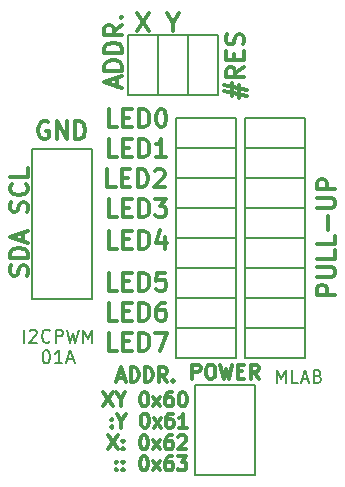
<source format=gbr>
G04 This is an RS-274x file exported by *
G04 gerbv version 2.6.1 *
G04 More information is available about gerbv at *
G04 http://gerbv.geda-project.org/ *
G04 --End of header info--*
%MOIN*%
%FSLAX34Y34*%
%IPPOS*%
G04 --Define apertures--*
%ADD10C,0.0118*%
%ADD11C,0.0079*%
%ADD12C,0.0059*%
G04 --Start main section--*
G54D11*
G01X0009178Y0003404D02*
G01X0009178Y0003837D01*
G01X0009178Y0003837D02*
G01X0009323Y0003528D01*
G01X0009323Y0003528D02*
G01X0009467Y0003837D01*
G01X0009467Y0003837D02*
G01X0009467Y0003404D01*
G01X0009879Y0003404D02*
G01X0009673Y0003404D01*
G01X0009673Y0003404D02*
G01X0009673Y0003837D01*
G01X0010003Y0003528D02*
G01X0010209Y0003528D01*
G01X0009962Y0003404D02*
G01X0010106Y0003837D01*
G01X0010106Y0003837D02*
G01X0010251Y0003404D01*
G01X0010539Y0003631D02*
G01X0010601Y0003610D01*
G01X0010601Y0003610D02*
G01X0010622Y0003590D01*
G01X0010622Y0003590D02*
G01X0010642Y0003548D01*
G01X0010642Y0003548D02*
G01X0010642Y0003487D01*
G01X0010642Y0003487D02*
G01X0010622Y0003445D01*
G01X0010622Y0003445D02*
G01X0010601Y0003425D01*
G01X0010601Y0003425D02*
G01X0010560Y0003404D01*
G01X0010560Y0003404D02*
G01X0010395Y0003404D01*
G01X0010395Y0003404D02*
G01X0010395Y0003837D01*
G01X0010395Y0003837D02*
G01X0010539Y0003837D01*
G01X0010539Y0003837D02*
G01X0010581Y0003817D01*
G01X0010581Y0003817D02*
G01X0010601Y0003796D01*
G01X0010601Y0003796D02*
G01X0010622Y0003755D01*
G01X0010622Y0003755D02*
G01X0010622Y0003713D01*
G01X0010622Y0003713D02*
G01X0010601Y0003672D01*
G01X0010601Y0003672D02*
G01X0010581Y0003652D01*
G01X0010581Y0003652D02*
G01X0010539Y0003631D01*
G01X0010539Y0003631D02*
G01X0010395Y0003631D01*
G54D10*
G01X0003856Y0006483D02*
G01X0003575Y0006483D01*
G01X0003575Y0006483D02*
G01X0003575Y0007073D01*
G01X0004053Y0006792D02*
G01X0004250Y0006792D01*
G01X0004335Y0006483D02*
G01X0004053Y0006483D01*
G01X0004053Y0006483D02*
G01X0004053Y0007073D01*
G01X0004053Y0007073D02*
G01X0004335Y0007073D01*
G01X0004588Y0006483D02*
G01X0004588Y0007073D01*
G01X0004588Y0007073D02*
G01X0004728Y0007073D01*
G01X0004728Y0007073D02*
G01X0004813Y0007045D01*
G01X0004813Y0007045D02*
G01X0004869Y0006989D01*
G01X0004869Y0006989D02*
G01X0004897Y0006933D01*
G01X0004897Y0006933D02*
G01X0004925Y0006820D01*
G01X0004925Y0006820D02*
G01X0004925Y0006736D01*
G01X0004925Y0006736D02*
G01X0004897Y0006623D01*
G01X0004897Y0006623D02*
G01X0004869Y0006567D01*
G01X0004869Y0006567D02*
G01X0004813Y0006511D01*
G01X0004813Y0006511D02*
G01X0004728Y0006483D01*
G01X0004728Y0006483D02*
G01X0004588Y0006483D01*
G01X0005459Y0007073D02*
G01X0005178Y0007073D01*
G01X0005178Y0007073D02*
G01X0005150Y0006792D01*
G01X0005150Y0006792D02*
G01X0005178Y0006820D01*
G01X0005178Y0006820D02*
G01X0005234Y0006848D01*
G01X0005234Y0006848D02*
G01X0005375Y0006848D01*
G01X0005375Y0006848D02*
G01X0005431Y0006820D01*
G01X0005431Y0006820D02*
G01X0005459Y0006792D01*
G01X0005459Y0006792D02*
G01X0005488Y0006736D01*
G01X0005488Y0006736D02*
G01X0005488Y0006595D01*
G01X0005488Y0006595D02*
G01X0005459Y0006539D01*
G01X0005459Y0006539D02*
G01X0005431Y0006511D01*
G01X0005431Y0006511D02*
G01X0005375Y0006483D01*
G01X0005375Y0006483D02*
G01X0005234Y0006483D01*
G01X0005234Y0006483D02*
G01X0005178Y0006511D01*
G01X0005178Y0006511D02*
G01X0005150Y0006539D01*
G54D11*
G01X0000746Y0004747D02*
G01X0000746Y0005180D01*
G01X0000931Y0005138D02*
G01X0000952Y0005159D01*
G01X0000952Y0005159D02*
G01X0000993Y0005180D01*
G01X0000993Y0005180D02*
G01X0001096Y0005180D01*
G01X0001096Y0005180D02*
G01X0001138Y0005159D01*
G01X0001138Y0005159D02*
G01X0001158Y0005138D01*
G01X0001158Y0005138D02*
G01X0001179Y0005097D01*
G01X0001179Y0005097D02*
G01X0001179Y0005056D01*
G01X0001179Y0005056D02*
G01X0001158Y0004994D01*
G01X0001158Y0004994D02*
G01X0000911Y0004747D01*
G01X0000911Y0004747D02*
G01X0001179Y0004747D01*
G01X0001612Y0004788D02*
G01X0001591Y0004767D01*
G01X0001591Y0004767D02*
G01X0001529Y0004747D01*
G01X0001529Y0004747D02*
G01X0001488Y0004747D01*
G01X0001488Y0004747D02*
G01X0001426Y0004767D01*
G01X0001426Y0004767D02*
G01X0001385Y0004808D01*
G01X0001385Y0004808D02*
G01X0001364Y0004850D01*
G01X0001364Y0004850D02*
G01X0001344Y0004932D01*
G01X0001344Y0004932D02*
G01X0001344Y0004994D01*
G01X0001344Y0004994D02*
G01X0001364Y0005077D01*
G01X0001364Y0005077D02*
G01X0001385Y0005118D01*
G01X0001385Y0005118D02*
G01X0001426Y0005159D01*
G01X0001426Y0005159D02*
G01X0001488Y0005180D01*
G01X0001488Y0005180D02*
G01X0001529Y0005180D01*
G01X0001529Y0005180D02*
G01X0001591Y0005159D01*
G01X0001591Y0005159D02*
G01X0001612Y0005138D01*
G01X0001798Y0004747D02*
G01X0001798Y0005180D01*
G01X0001798Y0005180D02*
G01X0001962Y0005180D01*
G01X0001962Y0005180D02*
G01X0002004Y0005159D01*
G01X0002004Y0005159D02*
G01X0002024Y0005138D01*
G01X0002024Y0005138D02*
G01X0002045Y0005097D01*
G01X0002045Y0005097D02*
G01X0002045Y0005035D01*
G01X0002045Y0005035D02*
G01X0002024Y0004994D01*
G01X0002024Y0004994D02*
G01X0002004Y0004973D01*
G01X0002004Y0004973D02*
G01X0001962Y0004953D01*
G01X0001962Y0004953D02*
G01X0001798Y0004953D01*
G01X0002189Y0005180D02*
G01X0002292Y0004747D01*
G01X0002292Y0004747D02*
G01X0002375Y0005056D01*
G01X0002375Y0005056D02*
G01X0002457Y0004747D01*
G01X0002457Y0004747D02*
G01X0002561Y0005180D01*
G01X0002726Y0004747D02*
G01X0002726Y0005180D01*
G01X0002726Y0005180D02*
G01X0002870Y0004870D01*
G01X0002870Y0004870D02*
G01X0003014Y0005180D01*
G01X0003014Y0005180D02*
G01X0003014Y0004747D01*
G01X0001468Y0004495D02*
G01X0001509Y0004495D01*
G01X0001509Y0004495D02*
G01X0001550Y0004474D01*
G01X0001550Y0004474D02*
G01X0001571Y0004453D01*
G01X0001571Y0004453D02*
G01X0001591Y0004412D01*
G01X0001591Y0004412D02*
G01X0001612Y0004330D01*
G01X0001612Y0004330D02*
G01X0001612Y0004227D01*
G01X0001612Y0004227D02*
G01X0001591Y0004144D01*
G01X0001591Y0004144D02*
G01X0001571Y0004103D01*
G01X0001571Y0004103D02*
G01X0001550Y0004082D01*
G01X0001550Y0004082D02*
G01X0001509Y0004062D01*
G01X0001509Y0004062D02*
G01X0001468Y0004062D01*
G01X0001468Y0004062D02*
G01X0001426Y0004082D01*
G01X0001426Y0004082D02*
G01X0001406Y0004103D01*
G01X0001406Y0004103D02*
G01X0001385Y0004144D01*
G01X0001385Y0004144D02*
G01X0001364Y0004227D01*
G01X0001364Y0004227D02*
G01X0001364Y0004330D01*
G01X0001364Y0004330D02*
G01X0001385Y0004412D01*
G01X0001385Y0004412D02*
G01X0001406Y0004453D01*
G01X0001406Y0004453D02*
G01X0001426Y0004474D01*
G01X0001426Y0004474D02*
G01X0001468Y0004495D01*
G01X0002024Y0004062D02*
G01X0001777Y0004062D01*
G01X0001901Y0004062D02*
G01X0001901Y0004495D01*
G01X0001901Y0004495D02*
G01X0001859Y0004433D01*
G01X0001859Y0004433D02*
G01X0001818Y0004392D01*
G01X0001818Y0004392D02*
G01X0001777Y0004371D01*
G01X0002189Y0004185D02*
G01X0002396Y0004185D01*
G01X0002148Y0004062D02*
G01X0002292Y0004495D01*
G01X0002292Y0004495D02*
G01X0002437Y0004062D01*
G54D10*
G01X0003820Y0000531D02*
G01X0003843Y0000509D01*
G01X0003843Y0000509D02*
G01X0003820Y0000486D01*
G01X0003820Y0000486D02*
G01X0003798Y0000509D01*
G01X0003798Y0000509D02*
G01X0003820Y0000531D01*
G01X0003820Y0000531D02*
G01X0003820Y0000486D01*
G01X0003820Y0000779D02*
G01X0003843Y0000756D01*
G01X0003843Y0000756D02*
G01X0003820Y0000734D01*
G01X0003820Y0000734D02*
G01X0003798Y0000756D01*
G01X0003798Y0000756D02*
G01X0003820Y0000779D01*
G01X0003820Y0000779D02*
G01X0003820Y0000734D01*
G01X0004045Y0000531D02*
G01X0004068Y0000509D01*
G01X0004068Y0000509D02*
G01X0004045Y0000486D01*
G01X0004045Y0000486D02*
G01X0004023Y0000509D01*
G01X0004023Y0000509D02*
G01X0004045Y0000531D01*
G01X0004045Y0000531D02*
G01X0004045Y0000486D01*
G01X0004045Y0000779D02*
G01X0004068Y0000756D01*
G01X0004068Y0000756D02*
G01X0004045Y0000734D01*
G01X0004045Y0000734D02*
G01X0004023Y0000756D01*
G01X0004023Y0000756D02*
G01X0004045Y0000779D01*
G01X0004045Y0000779D02*
G01X0004045Y0000734D01*
G01X0004720Y0000959D02*
G01X0004765Y0000959D01*
G01X0004765Y0000959D02*
G01X0004810Y0000936D01*
G01X0004810Y0000936D02*
G01X0004833Y0000914D01*
G01X0004833Y0000914D02*
G01X0004855Y0000869D01*
G01X0004855Y0000869D02*
G01X0004878Y0000779D01*
G01X0004878Y0000779D02*
G01X0004878Y0000666D01*
G01X0004878Y0000666D02*
G01X0004855Y0000576D01*
G01X0004855Y0000576D02*
G01X0004833Y0000531D01*
G01X0004833Y0000531D02*
G01X0004810Y0000509D01*
G01X0004810Y0000509D02*
G01X0004765Y0000486D01*
G01X0004765Y0000486D02*
G01X0004720Y0000486D01*
G01X0004720Y0000486D02*
G01X0004675Y0000509D01*
G01X0004675Y0000509D02*
G01X0004653Y0000531D01*
G01X0004653Y0000531D02*
G01X0004630Y0000576D01*
G01X0004630Y0000576D02*
G01X0004608Y0000666D01*
G01X0004608Y0000666D02*
G01X0004608Y0000779D01*
G01X0004608Y0000779D02*
G01X0004630Y0000869D01*
G01X0004630Y0000869D02*
G01X0004653Y0000914D01*
G01X0004653Y0000914D02*
G01X0004675Y0000936D01*
G01X0004675Y0000936D02*
G01X0004720Y0000959D01*
G01X0005035Y0000486D02*
G01X0005283Y0000801D01*
G01X0005035Y0000801D02*
G01X0005283Y0000486D01*
G01X0005665Y0000959D02*
G01X0005575Y0000959D01*
G01X0005575Y0000959D02*
G01X0005530Y0000936D01*
G01X0005530Y0000936D02*
G01X0005508Y0000914D01*
G01X0005508Y0000914D02*
G01X0005463Y0000846D01*
G01X0005463Y0000846D02*
G01X0005440Y0000756D01*
G01X0005440Y0000756D02*
G01X0005440Y0000576D01*
G01X0005440Y0000576D02*
G01X0005463Y0000531D01*
G01X0005463Y0000531D02*
G01X0005485Y0000509D01*
G01X0005485Y0000509D02*
G01X0005530Y0000486D01*
G01X0005530Y0000486D02*
G01X0005620Y0000486D01*
G01X0005620Y0000486D02*
G01X0005665Y0000509D01*
G01X0005665Y0000509D02*
G01X0005688Y0000531D01*
G01X0005688Y0000531D02*
G01X0005710Y0000576D01*
G01X0005710Y0000576D02*
G01X0005710Y0000689D01*
G01X0005710Y0000689D02*
G01X0005688Y0000734D01*
G01X0005688Y0000734D02*
G01X0005665Y0000756D01*
G01X0005665Y0000756D02*
G01X0005620Y0000779D01*
G01X0005620Y0000779D02*
G01X0005530Y0000779D01*
G01X0005530Y0000779D02*
G01X0005485Y0000756D01*
G01X0005485Y0000756D02*
G01X0005463Y0000734D01*
G01X0005463Y0000734D02*
G01X0005440Y0000689D01*
G01X0005868Y0000959D02*
G01X0006160Y0000959D01*
G01X0006160Y0000959D02*
G01X0006003Y0000779D01*
G01X0006003Y0000779D02*
G01X0006070Y0000779D01*
G01X0006070Y0000779D02*
G01X0006115Y0000756D01*
G01X0006115Y0000756D02*
G01X0006138Y0000734D01*
G01X0006138Y0000734D02*
G01X0006160Y0000689D01*
G01X0006160Y0000689D02*
G01X0006160Y0000576D01*
G01X0006160Y0000576D02*
G01X0006138Y0000531D01*
G01X0006138Y0000531D02*
G01X0006115Y0000509D01*
G01X0006115Y0000509D02*
G01X0006070Y0000486D01*
G01X0006070Y0000486D02*
G01X0005935Y0000486D01*
G01X0005935Y0000486D02*
G01X0005890Y0000509D01*
G01X0005890Y0000509D02*
G01X0005868Y0000531D01*
G01X0003550Y0001659D02*
G01X0003865Y0001186D01*
G01X0003865Y0001659D02*
G01X0003550Y0001186D01*
G01X0004045Y0001231D02*
G01X0004068Y0001209D01*
G01X0004068Y0001209D02*
G01X0004045Y0001186D01*
G01X0004045Y0001186D02*
G01X0004023Y0001209D01*
G01X0004023Y0001209D02*
G01X0004045Y0001231D01*
G01X0004045Y0001231D02*
G01X0004045Y0001186D01*
G01X0004045Y0001479D02*
G01X0004068Y0001456D01*
G01X0004068Y0001456D02*
G01X0004045Y0001434D01*
G01X0004045Y0001434D02*
G01X0004023Y0001456D01*
G01X0004023Y0001456D02*
G01X0004045Y0001479D01*
G01X0004045Y0001479D02*
G01X0004045Y0001434D01*
G01X0004720Y0001659D02*
G01X0004765Y0001659D01*
G01X0004765Y0001659D02*
G01X0004810Y0001636D01*
G01X0004810Y0001636D02*
G01X0004833Y0001614D01*
G01X0004833Y0001614D02*
G01X0004855Y0001569D01*
G01X0004855Y0001569D02*
G01X0004878Y0001479D01*
G01X0004878Y0001479D02*
G01X0004878Y0001366D01*
G01X0004878Y0001366D02*
G01X0004855Y0001276D01*
G01X0004855Y0001276D02*
G01X0004833Y0001231D01*
G01X0004833Y0001231D02*
G01X0004810Y0001209D01*
G01X0004810Y0001209D02*
G01X0004765Y0001186D01*
G01X0004765Y0001186D02*
G01X0004720Y0001186D01*
G01X0004720Y0001186D02*
G01X0004675Y0001209D01*
G01X0004675Y0001209D02*
G01X0004653Y0001231D01*
G01X0004653Y0001231D02*
G01X0004630Y0001276D01*
G01X0004630Y0001276D02*
G01X0004608Y0001366D01*
G01X0004608Y0001366D02*
G01X0004608Y0001479D01*
G01X0004608Y0001479D02*
G01X0004630Y0001569D01*
G01X0004630Y0001569D02*
G01X0004653Y0001614D01*
G01X0004653Y0001614D02*
G01X0004675Y0001636D01*
G01X0004675Y0001636D02*
G01X0004720Y0001659D01*
G01X0005035Y0001186D02*
G01X0005283Y0001501D01*
G01X0005035Y0001501D02*
G01X0005283Y0001186D01*
G01X0005665Y0001659D02*
G01X0005575Y0001659D01*
G01X0005575Y0001659D02*
G01X0005530Y0001636D01*
G01X0005530Y0001636D02*
G01X0005508Y0001614D01*
G01X0005508Y0001614D02*
G01X0005463Y0001546D01*
G01X0005463Y0001546D02*
G01X0005440Y0001456D01*
G01X0005440Y0001456D02*
G01X0005440Y0001276D01*
G01X0005440Y0001276D02*
G01X0005463Y0001231D01*
G01X0005463Y0001231D02*
G01X0005485Y0001209D01*
G01X0005485Y0001209D02*
G01X0005530Y0001186D01*
G01X0005530Y0001186D02*
G01X0005620Y0001186D01*
G01X0005620Y0001186D02*
G01X0005665Y0001209D01*
G01X0005665Y0001209D02*
G01X0005688Y0001231D01*
G01X0005688Y0001231D02*
G01X0005710Y0001276D01*
G01X0005710Y0001276D02*
G01X0005710Y0001389D01*
G01X0005710Y0001389D02*
G01X0005688Y0001434D01*
G01X0005688Y0001434D02*
G01X0005665Y0001456D01*
G01X0005665Y0001456D02*
G01X0005620Y0001479D01*
G01X0005620Y0001479D02*
G01X0005530Y0001479D01*
G01X0005530Y0001479D02*
G01X0005485Y0001456D01*
G01X0005485Y0001456D02*
G01X0005463Y0001434D01*
G01X0005463Y0001434D02*
G01X0005440Y0001389D01*
G01X0005890Y0001614D02*
G01X0005913Y0001636D01*
G01X0005913Y0001636D02*
G01X0005958Y0001659D01*
G01X0005958Y0001659D02*
G01X0006070Y0001659D01*
G01X0006070Y0001659D02*
G01X0006115Y0001636D01*
G01X0006115Y0001636D02*
G01X0006138Y0001614D01*
G01X0006138Y0001614D02*
G01X0006160Y0001569D01*
G01X0006160Y0001569D02*
G01X0006160Y0001524D01*
G01X0006160Y0001524D02*
G01X0006138Y0001456D01*
G01X0006138Y0001456D02*
G01X0005868Y0001186D01*
G01X0005868Y0001186D02*
G01X0006160Y0001186D01*
G01X0003670Y0001951D02*
G01X0003693Y0001929D01*
G01X0003693Y0001929D02*
G01X0003670Y0001906D01*
G01X0003670Y0001906D02*
G01X0003648Y0001929D01*
G01X0003648Y0001929D02*
G01X0003670Y0001951D01*
G01X0003670Y0001951D02*
G01X0003670Y0001906D01*
G01X0003670Y0002199D02*
G01X0003693Y0002176D01*
G01X0003693Y0002176D02*
G01X0003670Y0002154D01*
G01X0003670Y0002154D02*
G01X0003648Y0002176D01*
G01X0003648Y0002176D02*
G01X0003670Y0002199D01*
G01X0003670Y0002199D02*
G01X0003670Y0002154D01*
G01X0003985Y0002131D02*
G01X0003985Y0001906D01*
G01X0003828Y0002379D02*
G01X0003985Y0002131D01*
G01X0003985Y0002131D02*
G01X0004143Y0002379D01*
G01X0004750Y0002379D02*
G01X0004795Y0002379D01*
G01X0004795Y0002379D02*
G01X0004840Y0002356D01*
G01X0004840Y0002356D02*
G01X0004863Y0002334D01*
G01X0004863Y0002334D02*
G01X0004885Y0002289D01*
G01X0004885Y0002289D02*
G01X0004908Y0002199D01*
G01X0004908Y0002199D02*
G01X0004908Y0002086D01*
G01X0004908Y0002086D02*
G01X0004885Y0001996D01*
G01X0004885Y0001996D02*
G01X0004863Y0001951D01*
G01X0004863Y0001951D02*
G01X0004840Y0001929D01*
G01X0004840Y0001929D02*
G01X0004795Y0001906D01*
G01X0004795Y0001906D02*
G01X0004750Y0001906D01*
G01X0004750Y0001906D02*
G01X0004705Y0001929D01*
G01X0004705Y0001929D02*
G01X0004683Y0001951D01*
G01X0004683Y0001951D02*
G01X0004660Y0001996D01*
G01X0004660Y0001996D02*
G01X0004638Y0002086D01*
G01X0004638Y0002086D02*
G01X0004638Y0002199D01*
G01X0004638Y0002199D02*
G01X0004660Y0002289D01*
G01X0004660Y0002289D02*
G01X0004683Y0002334D01*
G01X0004683Y0002334D02*
G01X0004705Y0002356D01*
G01X0004705Y0002356D02*
G01X0004750Y0002379D01*
G01X0005065Y0001906D02*
G01X0005313Y0002221D01*
G01X0005065Y0002221D02*
G01X0005313Y0001906D01*
G01X0005695Y0002379D02*
G01X0005605Y0002379D01*
G01X0005605Y0002379D02*
G01X0005560Y0002356D01*
G01X0005560Y0002356D02*
G01X0005538Y0002334D01*
G01X0005538Y0002334D02*
G01X0005493Y0002266D01*
G01X0005493Y0002266D02*
G01X0005470Y0002176D01*
G01X0005470Y0002176D02*
G01X0005470Y0001996D01*
G01X0005470Y0001996D02*
G01X0005493Y0001951D01*
G01X0005493Y0001951D02*
G01X0005515Y0001929D01*
G01X0005515Y0001929D02*
G01X0005560Y0001906D01*
G01X0005560Y0001906D02*
G01X0005650Y0001906D01*
G01X0005650Y0001906D02*
G01X0005695Y0001929D01*
G01X0005695Y0001929D02*
G01X0005718Y0001951D01*
G01X0005718Y0001951D02*
G01X0005740Y0001996D01*
G01X0005740Y0001996D02*
G01X0005740Y0002109D01*
G01X0005740Y0002109D02*
G01X0005718Y0002154D01*
G01X0005718Y0002154D02*
G01X0005695Y0002176D01*
G01X0005695Y0002176D02*
G01X0005650Y0002199D01*
G01X0005650Y0002199D02*
G01X0005560Y0002199D01*
G01X0005560Y0002199D02*
G01X0005515Y0002176D01*
G01X0005515Y0002176D02*
G01X0005493Y0002154D01*
G01X0005493Y0002154D02*
G01X0005470Y0002109D01*
G01X0006190Y0001906D02*
G01X0005920Y0001906D01*
G01X0006055Y0001906D02*
G01X0006055Y0002379D01*
G01X0006055Y0002379D02*
G01X0006010Y0002311D01*
G01X0006010Y0002311D02*
G01X0005965Y0002266D01*
G01X0005965Y0002266D02*
G01X0005920Y0002244D01*
G01X0003380Y0003099D02*
G01X0003695Y0002626D01*
G01X0003695Y0003099D02*
G01X0003380Y0002626D01*
G01X0003965Y0002851D02*
G01X0003965Y0002626D01*
G01X0003808Y0003099D02*
G01X0003965Y0002851D01*
G01X0003965Y0002851D02*
G01X0004123Y0003099D01*
G01X0004730Y0003099D02*
G01X0004775Y0003099D01*
G01X0004775Y0003099D02*
G01X0004820Y0003076D01*
G01X0004820Y0003076D02*
G01X0004843Y0003054D01*
G01X0004843Y0003054D02*
G01X0004865Y0003009D01*
G01X0004865Y0003009D02*
G01X0004888Y0002919D01*
G01X0004888Y0002919D02*
G01X0004888Y0002806D01*
G01X0004888Y0002806D02*
G01X0004865Y0002716D01*
G01X0004865Y0002716D02*
G01X0004843Y0002671D01*
G01X0004843Y0002671D02*
G01X0004820Y0002649D01*
G01X0004820Y0002649D02*
G01X0004775Y0002626D01*
G01X0004775Y0002626D02*
G01X0004730Y0002626D01*
G01X0004730Y0002626D02*
G01X0004685Y0002649D01*
G01X0004685Y0002649D02*
G01X0004663Y0002671D01*
G01X0004663Y0002671D02*
G01X0004640Y0002716D01*
G01X0004640Y0002716D02*
G01X0004618Y0002806D01*
G01X0004618Y0002806D02*
G01X0004618Y0002919D01*
G01X0004618Y0002919D02*
G01X0004640Y0003009D01*
G01X0004640Y0003009D02*
G01X0004663Y0003054D01*
G01X0004663Y0003054D02*
G01X0004685Y0003076D01*
G01X0004685Y0003076D02*
G01X0004730Y0003099D01*
G01X0005045Y0002626D02*
G01X0005293Y0002941D01*
G01X0005045Y0002941D02*
G01X0005293Y0002626D01*
G01X0005675Y0003099D02*
G01X0005585Y0003099D01*
G01X0005585Y0003099D02*
G01X0005540Y0003076D01*
G01X0005540Y0003076D02*
G01X0005518Y0003054D01*
G01X0005518Y0003054D02*
G01X0005473Y0002986D01*
G01X0005473Y0002986D02*
G01X0005450Y0002896D01*
G01X0005450Y0002896D02*
G01X0005450Y0002716D01*
G01X0005450Y0002716D02*
G01X0005473Y0002671D01*
G01X0005473Y0002671D02*
G01X0005495Y0002649D01*
G01X0005495Y0002649D02*
G01X0005540Y0002626D01*
G01X0005540Y0002626D02*
G01X0005630Y0002626D01*
G01X0005630Y0002626D02*
G01X0005675Y0002649D01*
G01X0005675Y0002649D02*
G01X0005698Y0002671D01*
G01X0005698Y0002671D02*
G01X0005720Y0002716D01*
G01X0005720Y0002716D02*
G01X0005720Y0002829D01*
G01X0005720Y0002829D02*
G01X0005698Y0002874D01*
G01X0005698Y0002874D02*
G01X0005675Y0002896D01*
G01X0005675Y0002896D02*
G01X0005630Y0002919D01*
G01X0005630Y0002919D02*
G01X0005540Y0002919D01*
G01X0005540Y0002919D02*
G01X0005495Y0002896D01*
G01X0005495Y0002896D02*
G01X0005473Y0002874D01*
G01X0005473Y0002874D02*
G01X0005450Y0002829D01*
G01X0006013Y0003099D02*
G01X0006058Y0003099D01*
G01X0006058Y0003099D02*
G01X0006103Y0003076D01*
G01X0006103Y0003076D02*
G01X0006125Y0003054D01*
G01X0006125Y0003054D02*
G01X0006148Y0003009D01*
G01X0006148Y0003009D02*
G01X0006170Y0002919D01*
G01X0006170Y0002919D02*
G01X0006170Y0002806D01*
G01X0006170Y0002806D02*
G01X0006148Y0002716D01*
G01X0006148Y0002716D02*
G01X0006125Y0002671D01*
G01X0006125Y0002671D02*
G01X0006103Y0002649D01*
G01X0006103Y0002649D02*
G01X0006058Y0002626D01*
G01X0006058Y0002626D02*
G01X0006013Y0002626D01*
G01X0006013Y0002626D02*
G01X0005968Y0002649D01*
G01X0005968Y0002649D02*
G01X0005945Y0002671D01*
G01X0005945Y0002671D02*
G01X0005923Y0002716D01*
G01X0005923Y0002716D02*
G01X0005900Y0002806D01*
G01X0005900Y0002806D02*
G01X0005900Y0002919D01*
G01X0005900Y0002919D02*
G01X0005923Y0003009D01*
G01X0005923Y0003009D02*
G01X0005945Y0003054D01*
G01X0005945Y0003054D02*
G01X0005968Y0003076D01*
G01X0005968Y0003076D02*
G01X0006013Y0003099D01*
G01X0003866Y0003581D02*
G01X0004091Y0003581D01*
G01X0003821Y0003446D02*
G01X0003979Y0003919D01*
G01X0003979Y0003919D02*
G01X0004136Y0003446D01*
G01X0004294Y0003446D02*
G01X0004294Y0003919D01*
G01X0004294Y0003919D02*
G01X0004406Y0003919D01*
G01X0004406Y0003919D02*
G01X0004474Y0003896D01*
G01X0004474Y0003896D02*
G01X0004519Y0003851D01*
G01X0004519Y0003851D02*
G01X0004541Y0003806D01*
G01X0004541Y0003806D02*
G01X0004564Y0003716D01*
G01X0004564Y0003716D02*
G01X0004564Y0003649D01*
G01X0004564Y0003649D02*
G01X0004541Y0003559D01*
G01X0004541Y0003559D02*
G01X0004519Y0003514D01*
G01X0004519Y0003514D02*
G01X0004474Y0003469D01*
G01X0004474Y0003469D02*
G01X0004406Y0003446D01*
G01X0004406Y0003446D02*
G01X0004294Y0003446D01*
G01X0004766Y0003446D02*
G01X0004766Y0003919D01*
G01X0004766Y0003919D02*
G01X0004879Y0003919D01*
G01X0004879Y0003919D02*
G01X0004946Y0003896D01*
G01X0004946Y0003896D02*
G01X0004991Y0003851D01*
G01X0004991Y0003851D02*
G01X0005014Y0003806D01*
G01X0005014Y0003806D02*
G01X0005036Y0003716D01*
G01X0005036Y0003716D02*
G01X0005036Y0003649D01*
G01X0005036Y0003649D02*
G01X0005014Y0003559D01*
G01X0005014Y0003559D02*
G01X0004991Y0003514D01*
G01X0004991Y0003514D02*
G01X0004946Y0003469D01*
G01X0004946Y0003469D02*
G01X0004879Y0003446D01*
G01X0004879Y0003446D02*
G01X0004766Y0003446D01*
G01X0005509Y0003446D02*
G01X0005351Y0003671D01*
G01X0005239Y0003446D02*
G01X0005239Y0003919D01*
G01X0005239Y0003919D02*
G01X0005419Y0003919D01*
G01X0005419Y0003919D02*
G01X0005464Y0003896D01*
G01X0005464Y0003896D02*
G01X0005486Y0003874D01*
G01X0005486Y0003874D02*
G01X0005509Y0003829D01*
G01X0005509Y0003829D02*
G01X0005509Y0003761D01*
G01X0005509Y0003761D02*
G01X0005486Y0003716D01*
G01X0005486Y0003716D02*
G01X0005464Y0003694D01*
G01X0005464Y0003694D02*
G01X0005419Y0003671D01*
G01X0005419Y0003671D02*
G01X0005239Y0003671D01*
G01X0005711Y0003491D02*
G01X0005734Y0003469D01*
G01X0005734Y0003469D02*
G01X0005711Y0003446D01*
G01X0005711Y0003446D02*
G01X0005689Y0003469D01*
G01X0005689Y0003469D02*
G01X0005711Y0003491D01*
G01X0005711Y0003491D02*
G01X0005711Y0003446D01*
G01X0003848Y0013283D02*
G01X0003848Y0013564D01*
G01X0004017Y0013227D02*
G01X0003427Y0013424D01*
G01X0003427Y0013424D02*
G01X0004017Y0013620D01*
G01X0004017Y0013817D02*
G01X0003427Y0013817D01*
G01X0003427Y0013817D02*
G01X0003427Y0013958D01*
G01X0003427Y0013958D02*
G01X0003455Y0014042D01*
G01X0003455Y0014042D02*
G01X0003511Y0014098D01*
G01X0003511Y0014098D02*
G01X0003567Y0014127D01*
G01X0003567Y0014127D02*
G01X0003680Y0014155D01*
G01X0003680Y0014155D02*
G01X0003764Y0014155D01*
G01X0003764Y0014155D02*
G01X0003877Y0014127D01*
G01X0003877Y0014127D02*
G01X0003933Y0014098D01*
G01X0003933Y0014098D02*
G01X0003989Y0014042D01*
G01X0003989Y0014042D02*
G01X0004017Y0013958D01*
G01X0004017Y0013958D02*
G01X0004017Y0013817D01*
G01X0004017Y0014408D02*
G01X0003427Y0014408D01*
G01X0003427Y0014408D02*
G01X0003427Y0014548D01*
G01X0003427Y0014548D02*
G01X0003455Y0014633D01*
G01X0003455Y0014633D02*
G01X0003511Y0014689D01*
G01X0003511Y0014689D02*
G01X0003567Y0014717D01*
G01X0003567Y0014717D02*
G01X0003680Y0014745D01*
G01X0003680Y0014745D02*
G01X0003764Y0014745D01*
G01X0003764Y0014745D02*
G01X0003877Y0014717D01*
G01X0003877Y0014717D02*
G01X0003933Y0014689D01*
G01X0003933Y0014689D02*
G01X0003989Y0014633D01*
G01X0003989Y0014633D02*
G01X0004017Y0014548D01*
G01X0004017Y0014548D02*
G01X0004017Y0014408D01*
G01X0004017Y0015336D02*
G01X0003736Y0015139D01*
G01X0004017Y0014998D02*
G01X0003427Y0014998D01*
G01X0003427Y0014998D02*
G01X0003427Y0015223D01*
G01X0003427Y0015223D02*
G01X0003455Y0015280D01*
G01X0003455Y0015280D02*
G01X0003483Y0015308D01*
G01X0003483Y0015308D02*
G01X0003539Y0015336D01*
G01X0003539Y0015336D02*
G01X0003623Y0015336D01*
G01X0003623Y0015336D02*
G01X0003680Y0015308D01*
G01X0003680Y0015308D02*
G01X0003708Y0015280D01*
G01X0003708Y0015280D02*
G01X0003736Y0015223D01*
G01X0003736Y0015223D02*
G01X0003736Y0014998D01*
G01X0003961Y0015589D02*
G01X0003989Y0015617D01*
G01X0003989Y0015617D02*
G01X0004017Y0015589D01*
G01X0004017Y0015589D02*
G01X0003989Y0015561D01*
G01X0003989Y0015561D02*
G01X0003961Y0015589D01*
G01X0003961Y0015589D02*
G01X0004017Y0015589D01*
G01X0005700Y0015414D02*
G01X0005700Y0015133D01*
G01X0005503Y0015723D02*
G01X0005700Y0015414D01*
G01X0005700Y0015414D02*
G01X0005897Y0015723D01*
G01X0004503Y0015723D02*
G01X0004897Y0015133D01*
G01X0004897Y0015723D02*
G01X0004503Y0015133D01*
G01X0007673Y0012974D02*
G01X0007673Y0013395D01*
G01X0007420Y0013142D02*
G01X0008180Y0012974D01*
G01X0007927Y0013339D02*
G01X0007927Y0012917D01*
G01X0008180Y0013170D02*
G01X0007420Y0013339D01*
G01X0008067Y0013930D02*
G01X0007786Y0013733D01*
G01X0008067Y0013592D02*
G01X0007477Y0013592D01*
G01X0007477Y0013592D02*
G01X0007477Y0013817D01*
G01X0007477Y0013817D02*
G01X0007505Y0013873D01*
G01X0007505Y0013873D02*
G01X0007533Y0013902D01*
G01X0007533Y0013902D02*
G01X0007589Y0013930D01*
G01X0007589Y0013930D02*
G01X0007673Y0013930D01*
G01X0007673Y0013930D02*
G01X0007730Y0013902D01*
G01X0007730Y0013902D02*
G01X0007758Y0013873D01*
G01X0007758Y0013873D02*
G01X0007786Y0013817D01*
G01X0007786Y0013817D02*
G01X0007786Y0013592D01*
G01X0007758Y0014183D02*
G01X0007758Y0014380D01*
G01X0008067Y0014464D02*
G01X0008067Y0014183D01*
G01X0008067Y0014183D02*
G01X0007477Y0014183D01*
G01X0007477Y0014183D02*
G01X0007477Y0014464D01*
G01X0008039Y0014689D02*
G01X0008067Y0014773D01*
G01X0008067Y0014773D02*
G01X0008067Y0014914D01*
G01X0008067Y0014914D02*
G01X0008039Y0014970D01*
G01X0008039Y0014970D02*
G01X0008011Y0014998D01*
G01X0008011Y0014998D02*
G01X0007955Y0015026D01*
G01X0007955Y0015026D02*
G01X0007898Y0015026D01*
G01X0007898Y0015026D02*
G01X0007842Y0014998D01*
G01X0007842Y0014998D02*
G01X0007814Y0014970D01*
G01X0007814Y0014970D02*
G01X0007786Y0014914D01*
G01X0007786Y0014914D02*
G01X0007758Y0014801D01*
G01X0007758Y0014801D02*
G01X0007730Y0014745D01*
G01X0007730Y0014745D02*
G01X0007702Y0014717D01*
G01X0007702Y0014717D02*
G01X0007645Y0014689D01*
G01X0007645Y0014689D02*
G01X0007589Y0014689D01*
G01X0007589Y0014689D02*
G01X0007533Y0014717D01*
G01X0007533Y0014717D02*
G01X0007505Y0014745D01*
G01X0007505Y0014745D02*
G01X0007477Y0014801D01*
G01X0007477Y0014801D02*
G01X0007477Y0014942D01*
G01X0007477Y0014942D02*
G01X0007505Y0015026D01*
G01X0001550Y0012095D02*
G01X0001494Y0012123D01*
G01X0001494Y0012123D02*
G01X0001409Y0012123D01*
G01X0001409Y0012123D02*
G01X0001325Y0012095D01*
G01X0001325Y0012095D02*
G01X0001269Y0012039D01*
G01X0001269Y0012039D02*
G01X0001241Y0011983D01*
G01X0001241Y0011983D02*
G01X0001213Y0011870D01*
G01X0001213Y0011870D02*
G01X0001213Y0011786D01*
G01X0001213Y0011786D02*
G01X0001241Y0011673D01*
G01X0001241Y0011673D02*
G01X0001269Y0011617D01*
G01X0001269Y0011617D02*
G01X0001325Y0011561D01*
G01X0001325Y0011561D02*
G01X0001409Y0011533D01*
G01X0001409Y0011533D02*
G01X0001466Y0011533D01*
G01X0001466Y0011533D02*
G01X0001550Y0011561D01*
G01X0001550Y0011561D02*
G01X0001578Y0011589D01*
G01X0001578Y0011589D02*
G01X0001578Y0011786D01*
G01X0001578Y0011786D02*
G01X0001466Y0011786D01*
G01X0001831Y0011533D02*
G01X0001831Y0012123D01*
G01X0001831Y0012123D02*
G01X0002169Y0011533D01*
G01X0002169Y0011533D02*
G01X0002169Y0012123D01*
G01X0002450Y0011533D02*
G01X0002450Y0012123D01*
G01X0002450Y0012123D02*
G01X0002591Y0012123D01*
G01X0002591Y0012123D02*
G01X0002675Y0012095D01*
G01X0002675Y0012095D02*
G01X0002731Y0012039D01*
G01X0002731Y0012039D02*
G01X0002759Y0011983D01*
G01X0002759Y0011983D02*
G01X0002787Y0011870D01*
G01X0002787Y0011870D02*
G01X0002787Y0011786D01*
G01X0002787Y0011786D02*
G01X0002759Y0011673D01*
G01X0002759Y0011673D02*
G01X0002731Y0011617D01*
G01X0002731Y0011617D02*
G01X0002675Y0011561D01*
G01X0002675Y0011561D02*
G01X0002591Y0011533D01*
G01X0002591Y0011533D02*
G01X0002450Y0011533D01*
G01X0000839Y0006983D02*
G01X0000867Y0007067D01*
G01X0000867Y0007067D02*
G01X0000867Y0007208D01*
G01X0000867Y0007208D02*
G01X0000839Y0007264D01*
G01X0000839Y0007264D02*
G01X0000811Y0007292D01*
G01X0000811Y0007292D02*
G01X0000755Y0007320D01*
G01X0000755Y0007320D02*
G01X0000698Y0007320D01*
G01X0000698Y0007320D02*
G01X0000642Y0007292D01*
G01X0000642Y0007292D02*
G01X0000614Y0007264D01*
G01X0000614Y0007264D02*
G01X0000586Y0007208D01*
G01X0000586Y0007208D02*
G01X0000558Y0007095D01*
G01X0000558Y0007095D02*
G01X0000530Y0007039D01*
G01X0000530Y0007039D02*
G01X0000502Y0007011D01*
G01X0000502Y0007011D02*
G01X0000445Y0006983D01*
G01X0000445Y0006983D02*
G01X0000389Y0006983D01*
G01X0000389Y0006983D02*
G01X0000333Y0007011D01*
G01X0000333Y0007011D02*
G01X0000305Y0007039D01*
G01X0000305Y0007039D02*
G01X0000277Y0007095D01*
G01X0000277Y0007095D02*
G01X0000277Y0007236D01*
G01X0000277Y0007236D02*
G01X0000305Y0007320D01*
G01X0000867Y0007573D02*
G01X0000277Y0007573D01*
G01X0000277Y0007573D02*
G01X0000277Y0007714D01*
G01X0000277Y0007714D02*
G01X0000305Y0007798D01*
G01X0000305Y0007798D02*
G01X0000361Y0007855D01*
G01X0000361Y0007855D02*
G01X0000417Y0007883D01*
G01X0000417Y0007883D02*
G01X0000530Y0007911D01*
G01X0000530Y0007911D02*
G01X0000614Y0007911D01*
G01X0000614Y0007911D02*
G01X0000727Y0007883D01*
G01X0000727Y0007883D02*
G01X0000783Y0007855D01*
G01X0000783Y0007855D02*
G01X0000839Y0007798D01*
G01X0000839Y0007798D02*
G01X0000867Y0007714D01*
G01X0000867Y0007714D02*
G01X0000867Y0007573D01*
G01X0000698Y0008136D02*
G01X0000698Y0008417D01*
G01X0000867Y0008080D02*
G01X0000277Y0008276D01*
G01X0000277Y0008276D02*
G01X0000867Y0008473D01*
G01X0000839Y0009097D02*
G01X0000867Y0009181D01*
G01X0000867Y0009181D02*
G01X0000867Y0009322D01*
G01X0000867Y0009322D02*
G01X0000839Y0009378D01*
G01X0000839Y0009378D02*
G01X0000811Y0009406D01*
G01X0000811Y0009406D02*
G01X0000755Y0009434D01*
G01X0000755Y0009434D02*
G01X0000698Y0009434D01*
G01X0000698Y0009434D02*
G01X0000642Y0009406D01*
G01X0000642Y0009406D02*
G01X0000614Y0009378D01*
G01X0000614Y0009378D02*
G01X0000586Y0009322D01*
G01X0000586Y0009322D02*
G01X0000558Y0009209D01*
G01X0000558Y0009209D02*
G01X0000530Y0009153D01*
G01X0000530Y0009153D02*
G01X0000502Y0009125D01*
G01X0000502Y0009125D02*
G01X0000445Y0009097D01*
G01X0000445Y0009097D02*
G01X0000389Y0009097D01*
G01X0000389Y0009097D02*
G01X0000333Y0009125D01*
G01X0000333Y0009125D02*
G01X0000305Y0009153D01*
G01X0000305Y0009153D02*
G01X0000277Y0009209D01*
G01X0000277Y0009209D02*
G01X0000277Y0009350D01*
G01X0000277Y0009350D02*
G01X0000305Y0009434D01*
G01X0000811Y0010025D02*
G01X0000839Y0009997D01*
G01X0000839Y0009997D02*
G01X0000867Y0009912D01*
G01X0000867Y0009912D02*
G01X0000867Y0009856D01*
G01X0000867Y0009856D02*
G01X0000839Y0009772D01*
G01X0000839Y0009772D02*
G01X0000783Y0009716D01*
G01X0000783Y0009716D02*
G01X0000727Y0009688D01*
G01X0000727Y0009688D02*
G01X0000614Y0009659D01*
G01X0000614Y0009659D02*
G01X0000530Y0009659D01*
G01X0000530Y0009659D02*
G01X0000417Y0009688D01*
G01X0000417Y0009688D02*
G01X0000361Y0009716D01*
G01X0000361Y0009716D02*
G01X0000305Y0009772D01*
G01X0000305Y0009772D02*
G01X0000277Y0009856D01*
G01X0000277Y0009856D02*
G01X0000277Y0009912D01*
G01X0000277Y0009912D02*
G01X0000305Y0009997D01*
G01X0000305Y0009997D02*
G01X0000333Y0010025D01*
G01X0000867Y0010559D02*
G01X0000867Y0010278D01*
G01X0000867Y0010278D02*
G01X0000277Y0010278D01*
G01X0006359Y0003536D02*
G01X0006359Y0004009D01*
G01X0006359Y0004009D02*
G01X0006539Y0004009D01*
G01X0006539Y0004009D02*
G01X0006584Y0003986D01*
G01X0006584Y0003986D02*
G01X0006606Y0003964D01*
G01X0006606Y0003964D02*
G01X0006629Y0003919D01*
G01X0006629Y0003919D02*
G01X0006629Y0003851D01*
G01X0006629Y0003851D02*
G01X0006606Y0003806D01*
G01X0006606Y0003806D02*
G01X0006584Y0003784D01*
G01X0006584Y0003784D02*
G01X0006539Y0003761D01*
G01X0006539Y0003761D02*
G01X0006359Y0003761D01*
G01X0006921Y0004009D02*
G01X0007011Y0004009D01*
G01X0007011Y0004009D02*
G01X0007056Y0003986D01*
G01X0007056Y0003986D02*
G01X0007101Y0003941D01*
G01X0007101Y0003941D02*
G01X0007124Y0003851D01*
G01X0007124Y0003851D02*
G01X0007124Y0003694D01*
G01X0007124Y0003694D02*
G01X0007101Y0003604D01*
G01X0007101Y0003604D02*
G01X0007056Y0003559D01*
G01X0007056Y0003559D02*
G01X0007011Y0003536D01*
G01X0007011Y0003536D02*
G01X0006921Y0003536D01*
G01X0006921Y0003536D02*
G01X0006876Y0003559D01*
G01X0006876Y0003559D02*
G01X0006831Y0003604D01*
G01X0006831Y0003604D02*
G01X0006809Y0003694D01*
G01X0006809Y0003694D02*
G01X0006809Y0003851D01*
G01X0006809Y0003851D02*
G01X0006831Y0003941D01*
G01X0006831Y0003941D02*
G01X0006876Y0003986D01*
G01X0006876Y0003986D02*
G01X0006921Y0004009D01*
G01X0007281Y0004009D02*
G01X0007394Y0003536D01*
G01X0007394Y0003536D02*
G01X0007484Y0003874D01*
G01X0007484Y0003874D02*
G01X0007574Y0003536D01*
G01X0007574Y0003536D02*
G01X0007686Y0004009D01*
G01X0007866Y0003784D02*
G01X0008024Y0003784D01*
G01X0008091Y0003536D02*
G01X0007866Y0003536D01*
G01X0007866Y0003536D02*
G01X0007866Y0004009D01*
G01X0007866Y0004009D02*
G01X0008091Y0004009D01*
G01X0008564Y0003536D02*
G01X0008406Y0003761D01*
G01X0008294Y0003536D02*
G01X0008294Y0004009D01*
G01X0008294Y0004009D02*
G01X0008474Y0004009D01*
G01X0008474Y0004009D02*
G01X0008519Y0003986D01*
G01X0008519Y0003986D02*
G01X0008541Y0003964D01*
G01X0008541Y0003964D02*
G01X0008564Y0003919D01*
G01X0008564Y0003919D02*
G01X0008564Y0003851D01*
G01X0008564Y0003851D02*
G01X0008541Y0003806D01*
G01X0008541Y0003806D02*
G01X0008519Y0003784D01*
G01X0008519Y0003784D02*
G01X0008474Y0003761D01*
G01X0008474Y0003761D02*
G01X0008294Y0003761D01*
G01X0003856Y0004483D02*
G01X0003575Y0004483D01*
G01X0003575Y0004483D02*
G01X0003575Y0005073D01*
G01X0004053Y0004792D02*
G01X0004250Y0004792D01*
G01X0004335Y0004483D02*
G01X0004053Y0004483D01*
G01X0004053Y0004483D02*
G01X0004053Y0005073D01*
G01X0004053Y0005073D02*
G01X0004335Y0005073D01*
G01X0004588Y0004483D02*
G01X0004588Y0005073D01*
G01X0004588Y0005073D02*
G01X0004728Y0005073D01*
G01X0004728Y0005073D02*
G01X0004813Y0005045D01*
G01X0004813Y0005045D02*
G01X0004869Y0004989D01*
G01X0004869Y0004989D02*
G01X0004897Y0004933D01*
G01X0004897Y0004933D02*
G01X0004925Y0004820D01*
G01X0004925Y0004820D02*
G01X0004925Y0004736D01*
G01X0004925Y0004736D02*
G01X0004897Y0004623D01*
G01X0004897Y0004623D02*
G01X0004869Y0004567D01*
G01X0004869Y0004567D02*
G01X0004813Y0004511D01*
G01X0004813Y0004511D02*
G01X0004728Y0004483D01*
G01X0004728Y0004483D02*
G01X0004588Y0004483D01*
G01X0005122Y0005073D02*
G01X0005516Y0005073D01*
G01X0005516Y0005073D02*
G01X0005263Y0004483D01*
G01X0003856Y0005483D02*
G01X0003575Y0005483D01*
G01X0003575Y0005483D02*
G01X0003575Y0006073D01*
G01X0004053Y0005792D02*
G01X0004250Y0005792D01*
G01X0004335Y0005483D02*
G01X0004053Y0005483D01*
G01X0004053Y0005483D02*
G01X0004053Y0006073D01*
G01X0004053Y0006073D02*
G01X0004335Y0006073D01*
G01X0004588Y0005483D02*
G01X0004588Y0006073D01*
G01X0004588Y0006073D02*
G01X0004728Y0006073D01*
G01X0004728Y0006073D02*
G01X0004813Y0006045D01*
G01X0004813Y0006045D02*
G01X0004869Y0005989D01*
G01X0004869Y0005989D02*
G01X0004897Y0005933D01*
G01X0004897Y0005933D02*
G01X0004925Y0005820D01*
G01X0004925Y0005820D02*
G01X0004925Y0005736D01*
G01X0004925Y0005736D02*
G01X0004897Y0005623D01*
G01X0004897Y0005623D02*
G01X0004869Y0005567D01*
G01X0004869Y0005567D02*
G01X0004813Y0005511D01*
G01X0004813Y0005511D02*
G01X0004728Y0005483D01*
G01X0004728Y0005483D02*
G01X0004588Y0005483D01*
G01X0005431Y0006073D02*
G01X0005319Y0006073D01*
G01X0005319Y0006073D02*
G01X0005263Y0006045D01*
G01X0005263Y0006045D02*
G01X0005234Y0006017D01*
G01X0005234Y0006017D02*
G01X0005178Y0005933D01*
G01X0005178Y0005933D02*
G01X0005150Y0005820D01*
G01X0005150Y0005820D02*
G01X0005150Y0005595D01*
G01X0005150Y0005595D02*
G01X0005178Y0005539D01*
G01X0005178Y0005539D02*
G01X0005206Y0005511D01*
G01X0005206Y0005511D02*
G01X0005263Y0005483D01*
G01X0005263Y0005483D02*
G01X0005375Y0005483D01*
G01X0005375Y0005483D02*
G01X0005431Y0005511D01*
G01X0005431Y0005511D02*
G01X0005459Y0005539D01*
G01X0005459Y0005539D02*
G01X0005488Y0005595D01*
G01X0005488Y0005595D02*
G01X0005488Y0005736D01*
G01X0005488Y0005736D02*
G01X0005459Y0005792D01*
G01X0005459Y0005792D02*
G01X0005431Y0005820D01*
G01X0005431Y0005820D02*
G01X0005375Y0005848D01*
G01X0005375Y0005848D02*
G01X0005263Y0005848D01*
G01X0005263Y0005848D02*
G01X0005206Y0005820D01*
G01X0005206Y0005820D02*
G01X0005178Y0005792D01*
G01X0005178Y0005792D02*
G01X0005150Y0005736D01*
G01X0003856Y0007883D02*
G01X0003575Y0007883D01*
G01X0003575Y0007883D02*
G01X0003575Y0008473D01*
G01X0004053Y0008192D02*
G01X0004250Y0008192D01*
G01X0004335Y0007883D02*
G01X0004053Y0007883D01*
G01X0004053Y0007883D02*
G01X0004053Y0008473D01*
G01X0004053Y0008473D02*
G01X0004335Y0008473D01*
G01X0004588Y0007883D02*
G01X0004588Y0008473D01*
G01X0004588Y0008473D02*
G01X0004728Y0008473D01*
G01X0004728Y0008473D02*
G01X0004813Y0008445D01*
G01X0004813Y0008445D02*
G01X0004869Y0008389D01*
G01X0004869Y0008389D02*
G01X0004897Y0008333D01*
G01X0004897Y0008333D02*
G01X0004925Y0008220D01*
G01X0004925Y0008220D02*
G01X0004925Y0008136D01*
G01X0004925Y0008136D02*
G01X0004897Y0008023D01*
G01X0004897Y0008023D02*
G01X0004869Y0007967D01*
G01X0004869Y0007967D02*
G01X0004813Y0007911D01*
G01X0004813Y0007911D02*
G01X0004728Y0007883D01*
G01X0004728Y0007883D02*
G01X0004588Y0007883D01*
G01X0005431Y0008277D02*
G01X0005431Y0007883D01*
G01X0005291Y0008502D02*
G01X0005150Y0008080D01*
G01X0005150Y0008080D02*
G01X0005516Y0008080D01*
G01X0003856Y0011933D02*
G01X0003575Y0011933D01*
G01X0003575Y0011933D02*
G01X0003575Y0012523D01*
G01X0004053Y0012242D02*
G01X0004250Y0012242D01*
G01X0004335Y0011933D02*
G01X0004053Y0011933D01*
G01X0004053Y0011933D02*
G01X0004053Y0012523D01*
G01X0004053Y0012523D02*
G01X0004335Y0012523D01*
G01X0004588Y0011933D02*
G01X0004588Y0012523D01*
G01X0004588Y0012523D02*
G01X0004728Y0012523D01*
G01X0004728Y0012523D02*
G01X0004813Y0012495D01*
G01X0004813Y0012495D02*
G01X0004869Y0012439D01*
G01X0004869Y0012439D02*
G01X0004897Y0012383D01*
G01X0004897Y0012383D02*
G01X0004925Y0012270D01*
G01X0004925Y0012270D02*
G01X0004925Y0012186D01*
G01X0004925Y0012186D02*
G01X0004897Y0012073D01*
G01X0004897Y0012073D02*
G01X0004869Y0012017D01*
G01X0004869Y0012017D02*
G01X0004813Y0011961D01*
G01X0004813Y0011961D02*
G01X0004728Y0011933D01*
G01X0004728Y0011933D02*
G01X0004588Y0011933D01*
G01X0005291Y0012523D02*
G01X0005347Y0012523D01*
G01X0005347Y0012523D02*
G01X0005403Y0012495D01*
G01X0005403Y0012495D02*
G01X0005431Y0012467D01*
G01X0005431Y0012467D02*
G01X0005459Y0012411D01*
G01X0005459Y0012411D02*
G01X0005488Y0012298D01*
G01X0005488Y0012298D02*
G01X0005488Y0012158D01*
G01X0005488Y0012158D02*
G01X0005459Y0012045D01*
G01X0005459Y0012045D02*
G01X0005431Y0011989D01*
G01X0005431Y0011989D02*
G01X0005403Y0011961D01*
G01X0005403Y0011961D02*
G01X0005347Y0011933D01*
G01X0005347Y0011933D02*
G01X0005291Y0011933D01*
G01X0005291Y0011933D02*
G01X0005234Y0011961D01*
G01X0005234Y0011961D02*
G01X0005206Y0011989D01*
G01X0005206Y0011989D02*
G01X0005178Y0012045D01*
G01X0005178Y0012045D02*
G01X0005150Y0012158D01*
G01X0005150Y0012158D02*
G01X0005150Y0012298D01*
G01X0005150Y0012298D02*
G01X0005178Y0012411D01*
G01X0005178Y0012411D02*
G01X0005206Y0012467D01*
G01X0005206Y0012467D02*
G01X0005234Y0012495D01*
G01X0005234Y0012495D02*
G01X0005291Y0012523D01*
G01X0003856Y0010933D02*
G01X0003575Y0010933D01*
G01X0003575Y0010933D02*
G01X0003575Y0011523D01*
G01X0004053Y0011242D02*
G01X0004250Y0011242D01*
G01X0004335Y0010933D02*
G01X0004053Y0010933D01*
G01X0004053Y0010933D02*
G01X0004053Y0011523D01*
G01X0004053Y0011523D02*
G01X0004335Y0011523D01*
G01X0004588Y0010933D02*
G01X0004588Y0011523D01*
G01X0004588Y0011523D02*
G01X0004728Y0011523D01*
G01X0004728Y0011523D02*
G01X0004813Y0011495D01*
G01X0004813Y0011495D02*
G01X0004869Y0011439D01*
G01X0004869Y0011439D02*
G01X0004897Y0011383D01*
G01X0004897Y0011383D02*
G01X0004925Y0011270D01*
G01X0004925Y0011270D02*
G01X0004925Y0011186D01*
G01X0004925Y0011186D02*
G01X0004897Y0011073D01*
G01X0004897Y0011073D02*
G01X0004869Y0011017D01*
G01X0004869Y0011017D02*
G01X0004813Y0010961D01*
G01X0004813Y0010961D02*
G01X0004728Y0010933D01*
G01X0004728Y0010933D02*
G01X0004588Y0010933D01*
G01X0005488Y0010933D02*
G01X0005150Y0010933D01*
G01X0005319Y0010933D02*
G01X0005319Y0011523D01*
G01X0005319Y0011523D02*
G01X0005263Y0011439D01*
G01X0005263Y0011439D02*
G01X0005206Y0011383D01*
G01X0005206Y0011383D02*
G01X0005150Y0011355D01*
G01X0003806Y0009933D02*
G01X0003525Y0009933D01*
G01X0003525Y0009933D02*
G01X0003525Y0010523D01*
G01X0004003Y0010242D02*
G01X0004200Y0010242D01*
G01X0004285Y0009933D02*
G01X0004003Y0009933D01*
G01X0004003Y0009933D02*
G01X0004003Y0010523D01*
G01X0004003Y0010523D02*
G01X0004285Y0010523D01*
G01X0004538Y0009933D02*
G01X0004538Y0010523D01*
G01X0004538Y0010523D02*
G01X0004678Y0010523D01*
G01X0004678Y0010523D02*
G01X0004763Y0010495D01*
G01X0004763Y0010495D02*
G01X0004819Y0010439D01*
G01X0004819Y0010439D02*
G01X0004847Y0010383D01*
G01X0004847Y0010383D02*
G01X0004875Y0010270D01*
G01X0004875Y0010270D02*
G01X0004875Y0010186D01*
G01X0004875Y0010186D02*
G01X0004847Y0010073D01*
G01X0004847Y0010073D02*
G01X0004819Y0010017D01*
G01X0004819Y0010017D02*
G01X0004763Y0009961D01*
G01X0004763Y0009961D02*
G01X0004678Y0009933D01*
G01X0004678Y0009933D02*
G01X0004538Y0009933D01*
G01X0005100Y0010467D02*
G01X0005128Y0010495D01*
G01X0005128Y0010495D02*
G01X0005184Y0010523D01*
G01X0005184Y0010523D02*
G01X0005325Y0010523D01*
G01X0005325Y0010523D02*
G01X0005381Y0010495D01*
G01X0005381Y0010495D02*
G01X0005409Y0010467D01*
G01X0005409Y0010467D02*
G01X0005438Y0010411D01*
G01X0005438Y0010411D02*
G01X0005438Y0010355D01*
G01X0005438Y0010355D02*
G01X0005409Y0010270D01*
G01X0005409Y0010270D02*
G01X0005072Y0009933D01*
G01X0005072Y0009933D02*
G01X0005438Y0009933D01*
G01X0003856Y0008933D02*
G01X0003575Y0008933D01*
G01X0003575Y0008933D02*
G01X0003575Y0009523D01*
G01X0004053Y0009242D02*
G01X0004250Y0009242D01*
G01X0004335Y0008933D02*
G01X0004053Y0008933D01*
G01X0004053Y0008933D02*
G01X0004053Y0009523D01*
G01X0004053Y0009523D02*
G01X0004335Y0009523D01*
G01X0004588Y0008933D02*
G01X0004588Y0009523D01*
G01X0004588Y0009523D02*
G01X0004728Y0009523D01*
G01X0004728Y0009523D02*
G01X0004813Y0009495D01*
G01X0004813Y0009495D02*
G01X0004869Y0009439D01*
G01X0004869Y0009439D02*
G01X0004897Y0009383D01*
G01X0004897Y0009383D02*
G01X0004925Y0009270D01*
G01X0004925Y0009270D02*
G01X0004925Y0009186D01*
G01X0004925Y0009186D02*
G01X0004897Y0009073D01*
G01X0004897Y0009073D02*
G01X0004869Y0009017D01*
G01X0004869Y0009017D02*
G01X0004813Y0008961D01*
G01X0004813Y0008961D02*
G01X0004728Y0008933D01*
G01X0004728Y0008933D02*
G01X0004588Y0008933D01*
G01X0005122Y0009523D02*
G01X0005488Y0009523D01*
G01X0005488Y0009523D02*
G01X0005291Y0009298D01*
G01X0005291Y0009298D02*
G01X0005375Y0009298D01*
G01X0005375Y0009298D02*
G01X0005431Y0009270D01*
G01X0005431Y0009270D02*
G01X0005459Y0009242D01*
G01X0005459Y0009242D02*
G01X0005488Y0009186D01*
G01X0005488Y0009186D02*
G01X0005488Y0009045D01*
G01X0005488Y0009045D02*
G01X0005459Y0008989D01*
G01X0005459Y0008989D02*
G01X0005431Y0008961D01*
G01X0005431Y0008961D02*
G01X0005375Y0008933D01*
G01X0005375Y0008933D02*
G01X0005206Y0008933D01*
G01X0005206Y0008933D02*
G01X0005150Y0008961D01*
G01X0005150Y0008961D02*
G01X0005122Y0008989D01*
G01X0011117Y0006338D02*
G01X0010527Y0006338D01*
G01X0010527Y0006338D02*
G01X0010527Y0006563D01*
G01X0010527Y0006563D02*
G01X0010555Y0006619D01*
G01X0010555Y0006619D02*
G01X0010583Y0006647D01*
G01X0010583Y0006647D02*
G01X0010639Y0006675D01*
G01X0010639Y0006675D02*
G01X0010723Y0006675D01*
G01X0010723Y0006675D02*
G01X0010780Y0006647D01*
G01X0010780Y0006647D02*
G01X0010808Y0006619D01*
G01X0010808Y0006619D02*
G01X0010836Y0006563D01*
G01X0010836Y0006563D02*
G01X0010836Y0006338D01*
G01X0010527Y0006928D02*
G01X0011005Y0006928D01*
G01X0011005Y0006928D02*
G01X0011061Y0006956D01*
G01X0011061Y0006956D02*
G01X0011089Y0006985D01*
G01X0011089Y0006985D02*
G01X0011117Y0007041D01*
G01X0011117Y0007041D02*
G01X0011117Y0007153D01*
G01X0011117Y0007153D02*
G01X0011089Y0007210D01*
G01X0011089Y0007210D02*
G01X0011061Y0007238D01*
G01X0011061Y0007238D02*
G01X0011005Y0007266D01*
G01X0011005Y0007266D02*
G01X0010527Y0007266D01*
G01X0011117Y0007828D02*
G01X0011117Y0007547D01*
G01X0011117Y0007547D02*
G01X0010527Y0007547D01*
G01X0011117Y0008306D02*
G01X0011117Y0008025D01*
G01X0011117Y0008025D02*
G01X0010527Y0008025D01*
G01X0010892Y0008503D02*
G01X0010892Y0008953D01*
G01X0010527Y0009234D02*
G01X0011005Y0009234D01*
G01X0011005Y0009234D02*
G01X0011061Y0009262D01*
G01X0011061Y0009262D02*
G01X0011089Y0009290D01*
G01X0011089Y0009290D02*
G01X0011117Y0009347D01*
G01X0011117Y0009347D02*
G01X0011117Y0009459D01*
G01X0011117Y0009459D02*
G01X0011089Y0009515D01*
G01X0011089Y0009515D02*
G01X0011061Y0009544D01*
G01X0011061Y0009544D02*
G01X0011005Y0009572D01*
G01X0011005Y0009572D02*
G01X0010527Y0009572D01*
G01X0011117Y0009853D02*
G01X0010527Y0009853D01*
G01X0010527Y0009853D02*
G01X0010527Y0010078D01*
G01X0010527Y0010078D02*
G01X0010555Y0010134D01*
G01X0010555Y0010134D02*
G01X0010583Y0010162D01*
G01X0010583Y0010162D02*
G01X0010639Y0010190D01*
G01X0010639Y0010190D02*
G01X0010723Y0010190D01*
G01X0010723Y0010190D02*
G01X0010780Y0010162D01*
G01X0010780Y0010162D02*
G01X0010808Y0010134D01*
G01X0010808Y0010134D02*
G01X0010836Y0010078D01*
G01X0010836Y0010078D02*
G01X0010836Y0009853D01*
G54D12*
G01X0008450Y0000350D02*
G01X0006450Y0000350D01*
G01X0006450Y0000350D02*
G01X0006450Y0003350D01*
G01X0006450Y0003350D02*
G01X0008450Y0003350D01*
G01X0008450Y0003350D02*
G01X0008450Y0000350D01*
G01X0008100Y0011250D02*
G01X0010100Y0011250D01*
G01X0010100Y0011250D02*
G01X0010100Y0010250D01*
G01X0010100Y0010250D02*
G01X0008100Y0010250D01*
G01X0008100Y0010250D02*
G01X0008100Y0011250D01*
G01X0005800Y0005250D02*
G01X0007800Y0005250D01*
G01X0007800Y0005250D02*
G01X0007800Y0004250D01*
G01X0007800Y0004250D02*
G01X0005800Y0004250D01*
G01X0005800Y0004250D02*
G01X0005800Y0005250D01*
G01X0005800Y0006250D02*
G01X0007800Y0006250D01*
G01X0007800Y0006250D02*
G01X0007800Y0005250D01*
G01X0007800Y0005250D02*
G01X0005800Y0005250D01*
G01X0005800Y0005250D02*
G01X0005800Y0006250D01*
G01X0005800Y0007250D02*
G01X0007800Y0007250D01*
G01X0007800Y0007250D02*
G01X0007800Y0006250D01*
G01X0007800Y0006250D02*
G01X0005800Y0006250D01*
G01X0005800Y0006250D02*
G01X0005800Y0007250D01*
G01X0005800Y0008250D02*
G01X0007800Y0008250D01*
G01X0007800Y0008250D02*
G01X0007800Y0007250D01*
G01X0007800Y0007250D02*
G01X0005800Y0007250D01*
G01X0005800Y0007250D02*
G01X0005800Y0008250D01*
G01X0005800Y0009250D02*
G01X0007800Y0009250D01*
G01X0007800Y0009250D02*
G01X0007800Y0008250D01*
G01X0007800Y0008250D02*
G01X0005800Y0008250D01*
G01X0005800Y0008250D02*
G01X0005800Y0009250D01*
G01X0005800Y0010250D02*
G01X0007800Y0010250D01*
G01X0007800Y0010250D02*
G01X0007800Y0009250D01*
G01X0007800Y0009250D02*
G01X0005800Y0009250D01*
G01X0005800Y0009250D02*
G01X0005800Y0010250D01*
G01X0005800Y0011250D02*
G01X0007800Y0011250D01*
G01X0007800Y0011250D02*
G01X0007800Y0010250D01*
G01X0007800Y0010250D02*
G01X0005800Y0010250D01*
G01X0005800Y0010250D02*
G01X0005800Y0011250D01*
G01X0005800Y0012250D02*
G01X0007800Y0012250D01*
G01X0007800Y0012250D02*
G01X0007800Y0011250D01*
G01X0007800Y0011250D02*
G01X0005800Y0011250D01*
G01X0005800Y0011250D02*
G01X0005800Y0012250D01*
G01X0008100Y0005250D02*
G01X0010100Y0005250D01*
G01X0010100Y0005250D02*
G01X0010100Y0004250D01*
G01X0010100Y0004250D02*
G01X0008100Y0004250D01*
G01X0008100Y0004250D02*
G01X0008100Y0005250D01*
G01X0008100Y0006250D02*
G01X0010100Y0006250D01*
G01X0010100Y0006250D02*
G01X0010100Y0005250D01*
G01X0010100Y0005250D02*
G01X0008100Y0005250D01*
G01X0008100Y0005250D02*
G01X0008100Y0006250D01*
G01X0008100Y0007250D02*
G01X0010100Y0007250D01*
G01X0010100Y0007250D02*
G01X0010100Y0006250D01*
G01X0010100Y0006250D02*
G01X0008100Y0006250D01*
G01X0008100Y0006250D02*
G01X0008100Y0007250D01*
G01X0008100Y0008250D02*
G01X0010100Y0008250D01*
G01X0010100Y0008250D02*
G01X0010100Y0007250D01*
G01X0010100Y0007250D02*
G01X0008100Y0007250D01*
G01X0008100Y0007250D02*
G01X0008100Y0008250D01*
G01X0008100Y0009250D02*
G01X0010100Y0009250D01*
G01X0010100Y0009250D02*
G01X0010100Y0008250D01*
G01X0010100Y0008250D02*
G01X0008100Y0008250D01*
G01X0008100Y0008250D02*
G01X0008100Y0009250D01*
G01X0008100Y0010250D02*
G01X0010100Y0010250D01*
G01X0010100Y0010250D02*
G01X0010100Y0009250D01*
G01X0010100Y0009250D02*
G01X0008100Y0009250D01*
G01X0008100Y0009250D02*
G01X0008100Y0010250D01*
G01X0008100Y0012250D02*
G01X0010100Y0012250D01*
G01X0010100Y0012250D02*
G01X0010100Y0011250D01*
G01X0010100Y0011250D02*
G01X0008100Y0011250D01*
G01X0008100Y0011250D02*
G01X0008100Y0012250D01*
G01X0006200Y0013000D02*
G01X0006200Y0015000D01*
G01X0006200Y0015000D02*
G01X0007200Y0015000D01*
G01X0007200Y0015000D02*
G01X0007200Y0013000D01*
G01X0007200Y0013000D02*
G01X0006200Y0013000D01*
G01X0003000Y0006200D02*
G01X0001000Y0006200D01*
G01X0001000Y0006200D02*
G01X0001000Y0011200D01*
G01X0001000Y0011200D02*
G01X0003000Y0011200D01*
G01X0003000Y0011200D02*
G01X0003000Y0006200D01*
G01X0006200Y0015000D02*
G01X0006200Y0013000D01*
G01X0006200Y0013000D02*
G01X0005200Y0013000D01*
G01X0005200Y0013000D02*
G01X0005200Y0015000D01*
G01X0005200Y0015000D02*
G01X0006200Y0015000D01*
G01X0005200Y0015000D02*
G01X0005200Y0013000D01*
G01X0005200Y0013000D02*
G01X0004200Y0013000D01*
G01X0004200Y0013000D02*
G01X0004200Y0015000D01*
G01X0004200Y0015000D02*
G01X0005200Y0015000D01*
M02*

</source>
